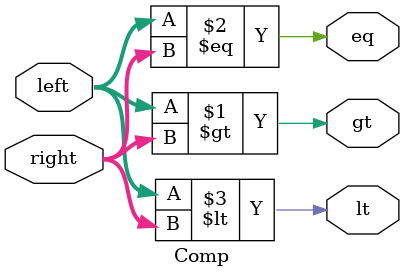
<source format=v>
`timescale 1ns/1ns

module Comp (left, right, gt, eq, lt);
parameter size = 8;
input [size-1:0] left, right;
output gt, eq, lt;

assign gt = left > right;
assign eq = left == right;
assign lt = left < right;
    
endmodule
</source>
